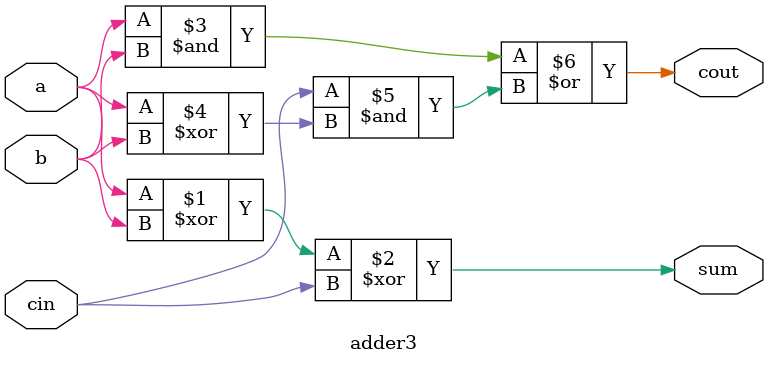
<source format=v>
module top_module( 
    input [2:0] a, b,
    input cin,
    output [2:0] cout,
    output [2:0] sum );
    wire out1;
    wire out2;
    wire sum1,sum2;
    adder3 inst1 (.a(a[0]),.b(b[0]),.cin(cin),.cout(cout[0]),.sum(sum[0]));
    adder3 inst2 (.a(a[1]),.b(b[1]),.cin(cout[0]),.cout(cout[1]),.sum(sum[1]));
    adder3 inst3 (.a(a[2]),.b(b[2]),.cin(cout[1]),.cout(cout[2]),.sum(sum[2]));
endmodule
module adder3 (
	input a,
input b,
input cin,
output sum,
output cout);
    assign sum = a ^ b ^ cin;
	assign	cout = a & b |(cin&(a^b));
endmodule
//Now that you know how to build a full adder, 
//ake 3 instances of it to create a 3-bit binary ripple-carry adder. 
//The adder adds two 3-bit numbers and a carry-in to produce a 3-bit sum and carry out. 
//To encourage you to actually instantiate full adders, also output the carry-out from each full adder in the ripple-carry adder. cout[2] is the final carry-out from the last full adder, and is the carry-out you usually see.
</source>
